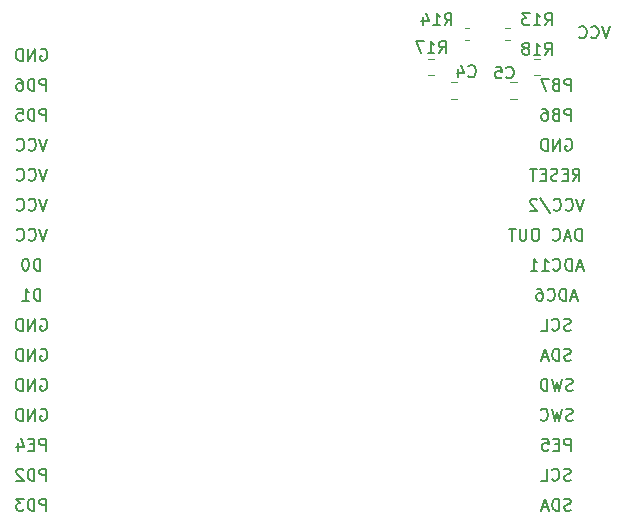
<source format=gbr>
%TF.GenerationSoftware,KiCad,Pcbnew,(5.0.2)-1*%
%TF.CreationDate,2020-07-31T09:38:14+02:00*%
%TF.ProjectId,Multimeter_Watch_Board_V1,4d756c74-696d-4657-9465-725f57617463,rev?*%
%TF.SameCoordinates,Original*%
%TF.FileFunction,Legend,Bot*%
%TF.FilePolarity,Positive*%
%FSLAX46Y46*%
G04 Gerber Fmt 4.6, Leading zero omitted, Abs format (unit mm)*
G04 Created by KiCad (PCBNEW (5.0.2)-1) date 31.7.2020 9:38:14*
%MOMM*%
%LPD*%
G01*
G04 APERTURE LIST*
%ADD10C,0.150000*%
%ADD11C,0.120000*%
G04 APERTURE END LIST*
D10*
X151958333Y-66152380D02*
X151625000Y-67152380D01*
X151291666Y-66152380D01*
X150386904Y-67057142D02*
X150434523Y-67104761D01*
X150577380Y-67152380D01*
X150672619Y-67152380D01*
X150815476Y-67104761D01*
X150910714Y-67009523D01*
X150958333Y-66914285D01*
X151005952Y-66723809D01*
X151005952Y-66580952D01*
X150958333Y-66390476D01*
X150910714Y-66295238D01*
X150815476Y-66200000D01*
X150672619Y-66152380D01*
X150577380Y-66152380D01*
X150434523Y-66200000D01*
X150386904Y-66247619D01*
X149386904Y-67057142D02*
X149434523Y-67104761D01*
X149577380Y-67152380D01*
X149672619Y-67152380D01*
X149815476Y-67104761D01*
X149910714Y-67009523D01*
X149958333Y-66914285D01*
X150005952Y-66723809D01*
X150005952Y-66580952D01*
X149958333Y-66390476D01*
X149910714Y-66295238D01*
X149815476Y-66200000D01*
X149672619Y-66152380D01*
X149577380Y-66152380D01*
X149434523Y-66200000D01*
X149386904Y-66247619D01*
X148244047Y-66104761D02*
X149101190Y-67390476D01*
X147958333Y-66247619D02*
X147910714Y-66200000D01*
X147815476Y-66152380D01*
X147577380Y-66152380D01*
X147482142Y-66200000D01*
X147434523Y-66247619D01*
X147386904Y-66342857D01*
X147386904Y-66438095D01*
X147434523Y-66580952D01*
X148005952Y-67152380D01*
X147386904Y-67152380D01*
X150386904Y-61120000D02*
X150482142Y-61072380D01*
X150625000Y-61072380D01*
X150767857Y-61120000D01*
X150863095Y-61215238D01*
X150910714Y-61310476D01*
X150958333Y-61500952D01*
X150958333Y-61643809D01*
X150910714Y-61834285D01*
X150863095Y-61929523D01*
X150767857Y-62024761D01*
X150625000Y-62072380D01*
X150529761Y-62072380D01*
X150386904Y-62024761D01*
X150339285Y-61977142D01*
X150339285Y-61643809D01*
X150529761Y-61643809D01*
X149910714Y-62072380D02*
X149910714Y-61072380D01*
X149339285Y-62072380D01*
X149339285Y-61072380D01*
X148863095Y-62072380D02*
X148863095Y-61072380D01*
X148625000Y-61072380D01*
X148482142Y-61120000D01*
X148386904Y-61215238D01*
X148339285Y-61310476D01*
X148291666Y-61500952D01*
X148291666Y-61643809D01*
X148339285Y-61834285D01*
X148386904Y-61929523D01*
X148482142Y-62024761D01*
X148625000Y-62072380D01*
X148863095Y-62072380D01*
X150863095Y-59532380D02*
X150863095Y-58532380D01*
X150482142Y-58532380D01*
X150386904Y-58580000D01*
X150339285Y-58627619D01*
X150291666Y-58722857D01*
X150291666Y-58865714D01*
X150339285Y-58960952D01*
X150386904Y-59008571D01*
X150482142Y-59056190D01*
X150863095Y-59056190D01*
X149529761Y-59008571D02*
X149386904Y-59056190D01*
X149339285Y-59103809D01*
X149291666Y-59199047D01*
X149291666Y-59341904D01*
X149339285Y-59437142D01*
X149386904Y-59484761D01*
X149482142Y-59532380D01*
X149863095Y-59532380D01*
X149863095Y-58532380D01*
X149529761Y-58532380D01*
X149434523Y-58580000D01*
X149386904Y-58627619D01*
X149339285Y-58722857D01*
X149339285Y-58818095D01*
X149386904Y-58913333D01*
X149434523Y-58960952D01*
X149529761Y-59008571D01*
X149863095Y-59008571D01*
X148434523Y-58532380D02*
X148625000Y-58532380D01*
X148720238Y-58580000D01*
X148767857Y-58627619D01*
X148863095Y-58770476D01*
X148910714Y-58960952D01*
X148910714Y-59341904D01*
X148863095Y-59437142D01*
X148815476Y-59484761D01*
X148720238Y-59532380D01*
X148529761Y-59532380D01*
X148434523Y-59484761D01*
X148386904Y-59437142D01*
X148339285Y-59341904D01*
X148339285Y-59103809D01*
X148386904Y-59008571D01*
X148434523Y-58960952D01*
X148529761Y-58913333D01*
X148720238Y-58913333D01*
X148815476Y-58960952D01*
X148863095Y-59008571D01*
X148910714Y-59103809D01*
X150863095Y-56992380D02*
X150863095Y-55992380D01*
X150482142Y-55992380D01*
X150386904Y-56040000D01*
X150339285Y-56087619D01*
X150291666Y-56182857D01*
X150291666Y-56325714D01*
X150339285Y-56420952D01*
X150386904Y-56468571D01*
X150482142Y-56516190D01*
X150863095Y-56516190D01*
X149529761Y-56468571D02*
X149386904Y-56516190D01*
X149339285Y-56563809D01*
X149291666Y-56659047D01*
X149291666Y-56801904D01*
X149339285Y-56897142D01*
X149386904Y-56944761D01*
X149482142Y-56992380D01*
X149863095Y-56992380D01*
X149863095Y-55992380D01*
X149529761Y-55992380D01*
X149434523Y-56040000D01*
X149386904Y-56087619D01*
X149339285Y-56182857D01*
X149339285Y-56278095D01*
X149386904Y-56373333D01*
X149434523Y-56420952D01*
X149529761Y-56468571D01*
X149863095Y-56468571D01*
X148958333Y-55992380D02*
X148291666Y-55992380D01*
X148720238Y-56992380D01*
X154133333Y-51547380D02*
X153800000Y-52547380D01*
X153466666Y-51547380D01*
X152561904Y-52452142D02*
X152609523Y-52499761D01*
X152752380Y-52547380D01*
X152847619Y-52547380D01*
X152990476Y-52499761D01*
X153085714Y-52404523D01*
X153133333Y-52309285D01*
X153180952Y-52118809D01*
X153180952Y-51975952D01*
X153133333Y-51785476D01*
X153085714Y-51690238D01*
X152990476Y-51595000D01*
X152847619Y-51547380D01*
X152752380Y-51547380D01*
X152609523Y-51595000D01*
X152561904Y-51642619D01*
X151561904Y-52452142D02*
X151609523Y-52499761D01*
X151752380Y-52547380D01*
X151847619Y-52547380D01*
X151990476Y-52499761D01*
X152085714Y-52404523D01*
X152133333Y-52309285D01*
X152180952Y-52118809D01*
X152180952Y-51975952D01*
X152133333Y-51785476D01*
X152085714Y-51690238D01*
X151990476Y-51595000D01*
X151847619Y-51547380D01*
X151752380Y-51547380D01*
X151609523Y-51595000D01*
X151561904Y-51642619D01*
X151745580Y-69685761D02*
X151745580Y-68685761D01*
X151507484Y-68685761D01*
X151364627Y-68733381D01*
X151269389Y-68828619D01*
X151221770Y-68923857D01*
X151174151Y-69114333D01*
X151174151Y-69257190D01*
X151221770Y-69447666D01*
X151269389Y-69542904D01*
X151364627Y-69638142D01*
X151507484Y-69685761D01*
X151745580Y-69685761D01*
X150793199Y-69400047D02*
X150317008Y-69400047D01*
X150888437Y-69685761D02*
X150555103Y-68685761D01*
X150221770Y-69685761D01*
X149317008Y-69590523D02*
X149364627Y-69638142D01*
X149507484Y-69685761D01*
X149602722Y-69685761D01*
X149745580Y-69638142D01*
X149840818Y-69542904D01*
X149888437Y-69447666D01*
X149936056Y-69257190D01*
X149936056Y-69114333D01*
X149888437Y-68923857D01*
X149840818Y-68828619D01*
X149745580Y-68733381D01*
X149602722Y-68685761D01*
X149507484Y-68685761D01*
X149364627Y-68733381D01*
X149317008Y-68781000D01*
X147936056Y-68685761D02*
X147745580Y-68685761D01*
X147650341Y-68733381D01*
X147555103Y-68828619D01*
X147507484Y-69019095D01*
X147507484Y-69352428D01*
X147555103Y-69542904D01*
X147650341Y-69638142D01*
X147745580Y-69685761D01*
X147936056Y-69685761D01*
X148031294Y-69638142D01*
X148126532Y-69542904D01*
X148174151Y-69352428D01*
X148174151Y-69019095D01*
X148126532Y-68828619D01*
X148031294Y-68733381D01*
X147936056Y-68685761D01*
X147078913Y-68685761D02*
X147078913Y-69495285D01*
X147031294Y-69590523D01*
X146983675Y-69638142D01*
X146888437Y-69685761D01*
X146697960Y-69685761D01*
X146602722Y-69638142D01*
X146555103Y-69590523D01*
X146507484Y-69495285D01*
X146507484Y-68685761D01*
X146174151Y-68685761D02*
X145602722Y-68685761D01*
X145888437Y-69685761D02*
X145888437Y-68685761D01*
X150983351Y-64608771D02*
X151316685Y-64132581D01*
X151554780Y-64608771D02*
X151554780Y-63608771D01*
X151173828Y-63608771D01*
X151078590Y-63656391D01*
X151030971Y-63704010D01*
X150983351Y-63799248D01*
X150983351Y-63942105D01*
X151030971Y-64037343D01*
X151078590Y-64084962D01*
X151173828Y-64132581D01*
X151554780Y-64132581D01*
X150554780Y-64084962D02*
X150221447Y-64084962D01*
X150078590Y-64608771D02*
X150554780Y-64608771D01*
X150554780Y-63608771D01*
X150078590Y-63608771D01*
X149697637Y-64561152D02*
X149554780Y-64608771D01*
X149316685Y-64608771D01*
X149221447Y-64561152D01*
X149173828Y-64513533D01*
X149126209Y-64418295D01*
X149126209Y-64323057D01*
X149173828Y-64227819D01*
X149221447Y-64180200D01*
X149316685Y-64132581D01*
X149507161Y-64084962D01*
X149602399Y-64037343D01*
X149650018Y-63989724D01*
X149697637Y-63894486D01*
X149697637Y-63799248D01*
X149650018Y-63704010D01*
X149602399Y-63656391D01*
X149507161Y-63608771D01*
X149269066Y-63608771D01*
X149126209Y-63656391D01*
X148697637Y-64084962D02*
X148364304Y-64084962D01*
X148221447Y-64608771D02*
X148697637Y-64608771D01*
X148697637Y-63608771D01*
X148221447Y-63608771D01*
X147935732Y-63608771D02*
X147364304Y-63608771D01*
X147650018Y-64608771D02*
X147650018Y-63608771D01*
X151815476Y-71946666D02*
X151339285Y-71946666D01*
X151910714Y-72232380D02*
X151577380Y-71232380D01*
X151244047Y-72232380D01*
X150910714Y-72232380D02*
X150910714Y-71232380D01*
X150672619Y-71232380D01*
X150529761Y-71280000D01*
X150434523Y-71375238D01*
X150386904Y-71470476D01*
X150339285Y-71660952D01*
X150339285Y-71803809D01*
X150386904Y-71994285D01*
X150434523Y-72089523D01*
X150529761Y-72184761D01*
X150672619Y-72232380D01*
X150910714Y-72232380D01*
X149339285Y-72137142D02*
X149386904Y-72184761D01*
X149529761Y-72232380D01*
X149625000Y-72232380D01*
X149767857Y-72184761D01*
X149863095Y-72089523D01*
X149910714Y-71994285D01*
X149958333Y-71803809D01*
X149958333Y-71660952D01*
X149910714Y-71470476D01*
X149863095Y-71375238D01*
X149767857Y-71280000D01*
X149625000Y-71232380D01*
X149529761Y-71232380D01*
X149386904Y-71280000D01*
X149339285Y-71327619D01*
X148386904Y-72232380D02*
X148958333Y-72232380D01*
X148672619Y-72232380D02*
X148672619Y-71232380D01*
X148767857Y-71375238D01*
X148863095Y-71470476D01*
X148958333Y-71518095D01*
X147434523Y-72232380D02*
X148005952Y-72232380D01*
X147720238Y-72232380D02*
X147720238Y-71232380D01*
X147815476Y-71375238D01*
X147910714Y-71470476D01*
X148005952Y-71518095D01*
X151339285Y-74486666D02*
X150863095Y-74486666D01*
X151434523Y-74772380D02*
X151101190Y-73772380D01*
X150767857Y-74772380D01*
X150434523Y-74772380D02*
X150434523Y-73772380D01*
X150196428Y-73772380D01*
X150053571Y-73820000D01*
X149958333Y-73915238D01*
X149910714Y-74010476D01*
X149863095Y-74200952D01*
X149863095Y-74343809D01*
X149910714Y-74534285D01*
X149958333Y-74629523D01*
X150053571Y-74724761D01*
X150196428Y-74772380D01*
X150434523Y-74772380D01*
X148863095Y-74677142D02*
X148910714Y-74724761D01*
X149053571Y-74772380D01*
X149148809Y-74772380D01*
X149291666Y-74724761D01*
X149386904Y-74629523D01*
X149434523Y-74534285D01*
X149482142Y-74343809D01*
X149482142Y-74200952D01*
X149434523Y-74010476D01*
X149386904Y-73915238D01*
X149291666Y-73820000D01*
X149148809Y-73772380D01*
X149053571Y-73772380D01*
X148910714Y-73820000D01*
X148863095Y-73867619D01*
X148005952Y-73772380D02*
X148196428Y-73772380D01*
X148291666Y-73820000D01*
X148339285Y-73867619D01*
X148434523Y-74010476D01*
X148482142Y-74200952D01*
X148482142Y-74581904D01*
X148434523Y-74677142D01*
X148386904Y-74724761D01*
X148291666Y-74772380D01*
X148101190Y-74772380D01*
X148005952Y-74724761D01*
X147958333Y-74677142D01*
X147910714Y-74581904D01*
X147910714Y-74343809D01*
X147958333Y-74248571D01*
X148005952Y-74200952D01*
X148101190Y-74153333D01*
X148291666Y-74153333D01*
X148386904Y-74200952D01*
X148434523Y-74248571D01*
X148482142Y-74343809D01*
X150815476Y-77264761D02*
X150672619Y-77312380D01*
X150434523Y-77312380D01*
X150339285Y-77264761D01*
X150291666Y-77217142D01*
X150244047Y-77121904D01*
X150244047Y-77026666D01*
X150291666Y-76931428D01*
X150339285Y-76883809D01*
X150434523Y-76836190D01*
X150625000Y-76788571D01*
X150720238Y-76740952D01*
X150767857Y-76693333D01*
X150815476Y-76598095D01*
X150815476Y-76502857D01*
X150767857Y-76407619D01*
X150720238Y-76360000D01*
X150625000Y-76312380D01*
X150386904Y-76312380D01*
X150244047Y-76360000D01*
X149244047Y-77217142D02*
X149291666Y-77264761D01*
X149434523Y-77312380D01*
X149529761Y-77312380D01*
X149672619Y-77264761D01*
X149767857Y-77169523D01*
X149815476Y-77074285D01*
X149863095Y-76883809D01*
X149863095Y-76740952D01*
X149815476Y-76550476D01*
X149767857Y-76455238D01*
X149672619Y-76360000D01*
X149529761Y-76312380D01*
X149434523Y-76312380D01*
X149291666Y-76360000D01*
X149244047Y-76407619D01*
X148339285Y-77312380D02*
X148815476Y-77312380D01*
X148815476Y-76312380D01*
X150839285Y-79804761D02*
X150696428Y-79852380D01*
X150458333Y-79852380D01*
X150363095Y-79804761D01*
X150315476Y-79757142D01*
X150267857Y-79661904D01*
X150267857Y-79566666D01*
X150315476Y-79471428D01*
X150363095Y-79423809D01*
X150458333Y-79376190D01*
X150648809Y-79328571D01*
X150744047Y-79280952D01*
X150791666Y-79233333D01*
X150839285Y-79138095D01*
X150839285Y-79042857D01*
X150791666Y-78947619D01*
X150744047Y-78900000D01*
X150648809Y-78852380D01*
X150410714Y-78852380D01*
X150267857Y-78900000D01*
X149839285Y-79852380D02*
X149839285Y-78852380D01*
X149601190Y-78852380D01*
X149458333Y-78900000D01*
X149363095Y-78995238D01*
X149315476Y-79090476D01*
X149267857Y-79280952D01*
X149267857Y-79423809D01*
X149315476Y-79614285D01*
X149363095Y-79709523D01*
X149458333Y-79804761D01*
X149601190Y-79852380D01*
X149839285Y-79852380D01*
X148886904Y-79566666D02*
X148410714Y-79566666D01*
X148982142Y-79852380D02*
X148648809Y-78852380D01*
X148315476Y-79852380D01*
X150982142Y-82344761D02*
X150839285Y-82392380D01*
X150601190Y-82392380D01*
X150505952Y-82344761D01*
X150458333Y-82297142D01*
X150410714Y-82201904D01*
X150410714Y-82106666D01*
X150458333Y-82011428D01*
X150505952Y-81963809D01*
X150601190Y-81916190D01*
X150791666Y-81868571D01*
X150886904Y-81820952D01*
X150934523Y-81773333D01*
X150982142Y-81678095D01*
X150982142Y-81582857D01*
X150934523Y-81487619D01*
X150886904Y-81440000D01*
X150791666Y-81392380D01*
X150553571Y-81392380D01*
X150410714Y-81440000D01*
X150077380Y-81392380D02*
X149839285Y-82392380D01*
X149648809Y-81678095D01*
X149458333Y-82392380D01*
X149220238Y-81392380D01*
X148839285Y-82392380D02*
X148839285Y-81392380D01*
X148601190Y-81392380D01*
X148458333Y-81440000D01*
X148363095Y-81535238D01*
X148315476Y-81630476D01*
X148267857Y-81820952D01*
X148267857Y-81963809D01*
X148315476Y-82154285D01*
X148363095Y-82249523D01*
X148458333Y-82344761D01*
X148601190Y-82392380D01*
X148839285Y-82392380D01*
X150982142Y-84884761D02*
X150839285Y-84932380D01*
X150601190Y-84932380D01*
X150505952Y-84884761D01*
X150458333Y-84837142D01*
X150410714Y-84741904D01*
X150410714Y-84646666D01*
X150458333Y-84551428D01*
X150505952Y-84503809D01*
X150601190Y-84456190D01*
X150791666Y-84408571D01*
X150886904Y-84360952D01*
X150934523Y-84313333D01*
X150982142Y-84218095D01*
X150982142Y-84122857D01*
X150934523Y-84027619D01*
X150886904Y-83980000D01*
X150791666Y-83932380D01*
X150553571Y-83932380D01*
X150410714Y-83980000D01*
X150077380Y-83932380D02*
X149839285Y-84932380D01*
X149648809Y-84218095D01*
X149458333Y-84932380D01*
X149220238Y-83932380D01*
X148267857Y-84837142D02*
X148315476Y-84884761D01*
X148458333Y-84932380D01*
X148553571Y-84932380D01*
X148696428Y-84884761D01*
X148791666Y-84789523D01*
X148839285Y-84694285D01*
X148886904Y-84503809D01*
X148886904Y-84360952D01*
X148839285Y-84170476D01*
X148791666Y-84075238D01*
X148696428Y-83980000D01*
X148553571Y-83932380D01*
X148458333Y-83932380D01*
X148315476Y-83980000D01*
X148267857Y-84027619D01*
X150815476Y-87472380D02*
X150815476Y-86472380D01*
X150434523Y-86472380D01*
X150339285Y-86520000D01*
X150291666Y-86567619D01*
X150244047Y-86662857D01*
X150244047Y-86805714D01*
X150291666Y-86900952D01*
X150339285Y-86948571D01*
X150434523Y-86996190D01*
X150815476Y-86996190D01*
X149815476Y-86948571D02*
X149482142Y-86948571D01*
X149339285Y-87472380D02*
X149815476Y-87472380D01*
X149815476Y-86472380D01*
X149339285Y-86472380D01*
X148434523Y-86472380D02*
X148910714Y-86472380D01*
X148958333Y-86948571D01*
X148910714Y-86900952D01*
X148815476Y-86853333D01*
X148577380Y-86853333D01*
X148482142Y-86900952D01*
X148434523Y-86948571D01*
X148386904Y-87043809D01*
X148386904Y-87281904D01*
X148434523Y-87377142D01*
X148482142Y-87424761D01*
X148577380Y-87472380D01*
X148815476Y-87472380D01*
X148910714Y-87424761D01*
X148958333Y-87377142D01*
X150815476Y-89964761D02*
X150672619Y-90012380D01*
X150434523Y-90012380D01*
X150339285Y-89964761D01*
X150291666Y-89917142D01*
X150244047Y-89821904D01*
X150244047Y-89726666D01*
X150291666Y-89631428D01*
X150339285Y-89583809D01*
X150434523Y-89536190D01*
X150625000Y-89488571D01*
X150720238Y-89440952D01*
X150767857Y-89393333D01*
X150815476Y-89298095D01*
X150815476Y-89202857D01*
X150767857Y-89107619D01*
X150720238Y-89060000D01*
X150625000Y-89012380D01*
X150386904Y-89012380D01*
X150244047Y-89060000D01*
X149244047Y-89917142D02*
X149291666Y-89964761D01*
X149434523Y-90012380D01*
X149529761Y-90012380D01*
X149672619Y-89964761D01*
X149767857Y-89869523D01*
X149815476Y-89774285D01*
X149863095Y-89583809D01*
X149863095Y-89440952D01*
X149815476Y-89250476D01*
X149767857Y-89155238D01*
X149672619Y-89060000D01*
X149529761Y-89012380D01*
X149434523Y-89012380D01*
X149291666Y-89060000D01*
X149244047Y-89107619D01*
X148339285Y-90012380D02*
X148815476Y-90012380D01*
X148815476Y-89012380D01*
X150839285Y-92504761D02*
X150696428Y-92552380D01*
X150458333Y-92552380D01*
X150363095Y-92504761D01*
X150315476Y-92457142D01*
X150267857Y-92361904D01*
X150267857Y-92266666D01*
X150315476Y-92171428D01*
X150363095Y-92123809D01*
X150458333Y-92076190D01*
X150648809Y-92028571D01*
X150744047Y-91980952D01*
X150791666Y-91933333D01*
X150839285Y-91838095D01*
X150839285Y-91742857D01*
X150791666Y-91647619D01*
X150744047Y-91600000D01*
X150648809Y-91552380D01*
X150410714Y-91552380D01*
X150267857Y-91600000D01*
X149839285Y-92552380D02*
X149839285Y-91552380D01*
X149601190Y-91552380D01*
X149458333Y-91600000D01*
X149363095Y-91695238D01*
X149315476Y-91790476D01*
X149267857Y-91980952D01*
X149267857Y-92123809D01*
X149315476Y-92314285D01*
X149363095Y-92409523D01*
X149458333Y-92504761D01*
X149601190Y-92552380D01*
X149839285Y-92552380D01*
X148886904Y-92266666D02*
X148410714Y-92266666D01*
X148982142Y-92552380D02*
X148648809Y-91552380D01*
X148315476Y-92552380D01*
X106413095Y-92552380D02*
X106413095Y-91552380D01*
X106032142Y-91552380D01*
X105936904Y-91600000D01*
X105889285Y-91647619D01*
X105841666Y-91742857D01*
X105841666Y-91885714D01*
X105889285Y-91980952D01*
X105936904Y-92028571D01*
X106032142Y-92076190D01*
X106413095Y-92076190D01*
X105413095Y-92552380D02*
X105413095Y-91552380D01*
X105175000Y-91552380D01*
X105032142Y-91600000D01*
X104936904Y-91695238D01*
X104889285Y-91790476D01*
X104841666Y-91980952D01*
X104841666Y-92123809D01*
X104889285Y-92314285D01*
X104936904Y-92409523D01*
X105032142Y-92504761D01*
X105175000Y-92552380D01*
X105413095Y-92552380D01*
X104508333Y-91552380D02*
X103889285Y-91552380D01*
X104222619Y-91933333D01*
X104079761Y-91933333D01*
X103984523Y-91980952D01*
X103936904Y-92028571D01*
X103889285Y-92123809D01*
X103889285Y-92361904D01*
X103936904Y-92457142D01*
X103984523Y-92504761D01*
X104079761Y-92552380D01*
X104365476Y-92552380D01*
X104460714Y-92504761D01*
X104508333Y-92457142D01*
X106413095Y-90012380D02*
X106413095Y-89012380D01*
X106032142Y-89012380D01*
X105936904Y-89060000D01*
X105889285Y-89107619D01*
X105841666Y-89202857D01*
X105841666Y-89345714D01*
X105889285Y-89440952D01*
X105936904Y-89488571D01*
X106032142Y-89536190D01*
X106413095Y-89536190D01*
X105413095Y-90012380D02*
X105413095Y-89012380D01*
X105175000Y-89012380D01*
X105032142Y-89060000D01*
X104936904Y-89155238D01*
X104889285Y-89250476D01*
X104841666Y-89440952D01*
X104841666Y-89583809D01*
X104889285Y-89774285D01*
X104936904Y-89869523D01*
X105032142Y-89964761D01*
X105175000Y-90012380D01*
X105413095Y-90012380D01*
X104460714Y-89107619D02*
X104413095Y-89060000D01*
X104317857Y-89012380D01*
X104079761Y-89012380D01*
X103984523Y-89060000D01*
X103936904Y-89107619D01*
X103889285Y-89202857D01*
X103889285Y-89298095D01*
X103936904Y-89440952D01*
X104508333Y-90012380D01*
X103889285Y-90012380D01*
X106365476Y-87472380D02*
X106365476Y-86472380D01*
X105984523Y-86472380D01*
X105889285Y-86520000D01*
X105841666Y-86567619D01*
X105794047Y-86662857D01*
X105794047Y-86805714D01*
X105841666Y-86900952D01*
X105889285Y-86948571D01*
X105984523Y-86996190D01*
X106365476Y-86996190D01*
X105365476Y-86948571D02*
X105032142Y-86948571D01*
X104889285Y-87472380D02*
X105365476Y-87472380D01*
X105365476Y-86472380D01*
X104889285Y-86472380D01*
X104032142Y-86805714D02*
X104032142Y-87472380D01*
X104270238Y-86424761D02*
X104508333Y-87139047D01*
X103889285Y-87139047D01*
X105936904Y-83980000D02*
X106032142Y-83932380D01*
X106175000Y-83932380D01*
X106317857Y-83980000D01*
X106413095Y-84075238D01*
X106460714Y-84170476D01*
X106508333Y-84360952D01*
X106508333Y-84503809D01*
X106460714Y-84694285D01*
X106413095Y-84789523D01*
X106317857Y-84884761D01*
X106175000Y-84932380D01*
X106079761Y-84932380D01*
X105936904Y-84884761D01*
X105889285Y-84837142D01*
X105889285Y-84503809D01*
X106079761Y-84503809D01*
X105460714Y-84932380D02*
X105460714Y-83932380D01*
X104889285Y-84932380D01*
X104889285Y-83932380D01*
X104413095Y-84932380D02*
X104413095Y-83932380D01*
X104175000Y-83932380D01*
X104032142Y-83980000D01*
X103936904Y-84075238D01*
X103889285Y-84170476D01*
X103841666Y-84360952D01*
X103841666Y-84503809D01*
X103889285Y-84694285D01*
X103936904Y-84789523D01*
X104032142Y-84884761D01*
X104175000Y-84932380D01*
X104413095Y-84932380D01*
X105936904Y-81440000D02*
X106032142Y-81392380D01*
X106175000Y-81392380D01*
X106317857Y-81440000D01*
X106413095Y-81535238D01*
X106460714Y-81630476D01*
X106508333Y-81820952D01*
X106508333Y-81963809D01*
X106460714Y-82154285D01*
X106413095Y-82249523D01*
X106317857Y-82344761D01*
X106175000Y-82392380D01*
X106079761Y-82392380D01*
X105936904Y-82344761D01*
X105889285Y-82297142D01*
X105889285Y-81963809D01*
X106079761Y-81963809D01*
X105460714Y-82392380D02*
X105460714Y-81392380D01*
X104889285Y-82392380D01*
X104889285Y-81392380D01*
X104413095Y-82392380D02*
X104413095Y-81392380D01*
X104175000Y-81392380D01*
X104032142Y-81440000D01*
X103936904Y-81535238D01*
X103889285Y-81630476D01*
X103841666Y-81820952D01*
X103841666Y-81963809D01*
X103889285Y-82154285D01*
X103936904Y-82249523D01*
X104032142Y-82344761D01*
X104175000Y-82392380D01*
X104413095Y-82392380D01*
X105936904Y-78900000D02*
X106032142Y-78852380D01*
X106175000Y-78852380D01*
X106317857Y-78900000D01*
X106413095Y-78995238D01*
X106460714Y-79090476D01*
X106508333Y-79280952D01*
X106508333Y-79423809D01*
X106460714Y-79614285D01*
X106413095Y-79709523D01*
X106317857Y-79804761D01*
X106175000Y-79852380D01*
X106079761Y-79852380D01*
X105936904Y-79804761D01*
X105889285Y-79757142D01*
X105889285Y-79423809D01*
X106079761Y-79423809D01*
X105460714Y-79852380D02*
X105460714Y-78852380D01*
X104889285Y-79852380D01*
X104889285Y-78852380D01*
X104413095Y-79852380D02*
X104413095Y-78852380D01*
X104175000Y-78852380D01*
X104032142Y-78900000D01*
X103936904Y-78995238D01*
X103889285Y-79090476D01*
X103841666Y-79280952D01*
X103841666Y-79423809D01*
X103889285Y-79614285D01*
X103936904Y-79709523D01*
X104032142Y-79804761D01*
X104175000Y-79852380D01*
X104413095Y-79852380D01*
X105936904Y-76360000D02*
X106032142Y-76312380D01*
X106175000Y-76312380D01*
X106317857Y-76360000D01*
X106413095Y-76455238D01*
X106460714Y-76550476D01*
X106508333Y-76740952D01*
X106508333Y-76883809D01*
X106460714Y-77074285D01*
X106413095Y-77169523D01*
X106317857Y-77264761D01*
X106175000Y-77312380D01*
X106079761Y-77312380D01*
X105936904Y-77264761D01*
X105889285Y-77217142D01*
X105889285Y-76883809D01*
X106079761Y-76883809D01*
X105460714Y-77312380D02*
X105460714Y-76312380D01*
X104889285Y-77312380D01*
X104889285Y-76312380D01*
X104413095Y-77312380D02*
X104413095Y-76312380D01*
X104175000Y-76312380D01*
X104032142Y-76360000D01*
X103936904Y-76455238D01*
X103889285Y-76550476D01*
X103841666Y-76740952D01*
X103841666Y-76883809D01*
X103889285Y-77074285D01*
X103936904Y-77169523D01*
X104032142Y-77264761D01*
X104175000Y-77312380D01*
X104413095Y-77312380D01*
X105913095Y-74772380D02*
X105913095Y-73772380D01*
X105675000Y-73772380D01*
X105532142Y-73820000D01*
X105436904Y-73915238D01*
X105389285Y-74010476D01*
X105341666Y-74200952D01*
X105341666Y-74343809D01*
X105389285Y-74534285D01*
X105436904Y-74629523D01*
X105532142Y-74724761D01*
X105675000Y-74772380D01*
X105913095Y-74772380D01*
X104389285Y-74772380D02*
X104960714Y-74772380D01*
X104675000Y-74772380D02*
X104675000Y-73772380D01*
X104770238Y-73915238D01*
X104865476Y-74010476D01*
X104960714Y-74058095D01*
X105913095Y-72232380D02*
X105913095Y-71232380D01*
X105675000Y-71232380D01*
X105532142Y-71280000D01*
X105436904Y-71375238D01*
X105389285Y-71470476D01*
X105341666Y-71660952D01*
X105341666Y-71803809D01*
X105389285Y-71994285D01*
X105436904Y-72089523D01*
X105532142Y-72184761D01*
X105675000Y-72232380D01*
X105913095Y-72232380D01*
X104722619Y-71232380D02*
X104627380Y-71232380D01*
X104532142Y-71280000D01*
X104484523Y-71327619D01*
X104436904Y-71422857D01*
X104389285Y-71613333D01*
X104389285Y-71851428D01*
X104436904Y-72041904D01*
X104484523Y-72137142D01*
X104532142Y-72184761D01*
X104627380Y-72232380D01*
X104722619Y-72232380D01*
X104817857Y-72184761D01*
X104865476Y-72137142D01*
X104913095Y-72041904D01*
X104960714Y-71851428D01*
X104960714Y-71613333D01*
X104913095Y-71422857D01*
X104865476Y-71327619D01*
X104817857Y-71280000D01*
X104722619Y-71232380D01*
X106508333Y-68692380D02*
X106175000Y-69692380D01*
X105841666Y-68692380D01*
X104936904Y-69597142D02*
X104984523Y-69644761D01*
X105127380Y-69692380D01*
X105222619Y-69692380D01*
X105365476Y-69644761D01*
X105460714Y-69549523D01*
X105508333Y-69454285D01*
X105555952Y-69263809D01*
X105555952Y-69120952D01*
X105508333Y-68930476D01*
X105460714Y-68835238D01*
X105365476Y-68740000D01*
X105222619Y-68692380D01*
X105127380Y-68692380D01*
X104984523Y-68740000D01*
X104936904Y-68787619D01*
X103936904Y-69597142D02*
X103984523Y-69644761D01*
X104127380Y-69692380D01*
X104222619Y-69692380D01*
X104365476Y-69644761D01*
X104460714Y-69549523D01*
X104508333Y-69454285D01*
X104555952Y-69263809D01*
X104555952Y-69120952D01*
X104508333Y-68930476D01*
X104460714Y-68835238D01*
X104365476Y-68740000D01*
X104222619Y-68692380D01*
X104127380Y-68692380D01*
X103984523Y-68740000D01*
X103936904Y-68787619D01*
X106508333Y-66152380D02*
X106175000Y-67152380D01*
X105841666Y-66152380D01*
X104936904Y-67057142D02*
X104984523Y-67104761D01*
X105127380Y-67152380D01*
X105222619Y-67152380D01*
X105365476Y-67104761D01*
X105460714Y-67009523D01*
X105508333Y-66914285D01*
X105555952Y-66723809D01*
X105555952Y-66580952D01*
X105508333Y-66390476D01*
X105460714Y-66295238D01*
X105365476Y-66200000D01*
X105222619Y-66152380D01*
X105127380Y-66152380D01*
X104984523Y-66200000D01*
X104936904Y-66247619D01*
X103936904Y-67057142D02*
X103984523Y-67104761D01*
X104127380Y-67152380D01*
X104222619Y-67152380D01*
X104365476Y-67104761D01*
X104460714Y-67009523D01*
X104508333Y-66914285D01*
X104555952Y-66723809D01*
X104555952Y-66580952D01*
X104508333Y-66390476D01*
X104460714Y-66295238D01*
X104365476Y-66200000D01*
X104222619Y-66152380D01*
X104127380Y-66152380D01*
X103984523Y-66200000D01*
X103936904Y-66247619D01*
X106508333Y-63612380D02*
X106175000Y-64612380D01*
X105841666Y-63612380D01*
X104936904Y-64517142D02*
X104984523Y-64564761D01*
X105127380Y-64612380D01*
X105222619Y-64612380D01*
X105365476Y-64564761D01*
X105460714Y-64469523D01*
X105508333Y-64374285D01*
X105555952Y-64183809D01*
X105555952Y-64040952D01*
X105508333Y-63850476D01*
X105460714Y-63755238D01*
X105365476Y-63660000D01*
X105222619Y-63612380D01*
X105127380Y-63612380D01*
X104984523Y-63660000D01*
X104936904Y-63707619D01*
X103936904Y-64517142D02*
X103984523Y-64564761D01*
X104127380Y-64612380D01*
X104222619Y-64612380D01*
X104365476Y-64564761D01*
X104460714Y-64469523D01*
X104508333Y-64374285D01*
X104555952Y-64183809D01*
X104555952Y-64040952D01*
X104508333Y-63850476D01*
X104460714Y-63755238D01*
X104365476Y-63660000D01*
X104222619Y-63612380D01*
X104127380Y-63612380D01*
X103984523Y-63660000D01*
X103936904Y-63707619D01*
X106508333Y-61072380D02*
X106175000Y-62072380D01*
X105841666Y-61072380D01*
X104936904Y-61977142D02*
X104984523Y-62024761D01*
X105127380Y-62072380D01*
X105222619Y-62072380D01*
X105365476Y-62024761D01*
X105460714Y-61929523D01*
X105508333Y-61834285D01*
X105555952Y-61643809D01*
X105555952Y-61500952D01*
X105508333Y-61310476D01*
X105460714Y-61215238D01*
X105365476Y-61120000D01*
X105222619Y-61072380D01*
X105127380Y-61072380D01*
X104984523Y-61120000D01*
X104936904Y-61167619D01*
X103936904Y-61977142D02*
X103984523Y-62024761D01*
X104127380Y-62072380D01*
X104222619Y-62072380D01*
X104365476Y-62024761D01*
X104460714Y-61929523D01*
X104508333Y-61834285D01*
X104555952Y-61643809D01*
X104555952Y-61500952D01*
X104508333Y-61310476D01*
X104460714Y-61215238D01*
X104365476Y-61120000D01*
X104222619Y-61072380D01*
X104127380Y-61072380D01*
X103984523Y-61120000D01*
X103936904Y-61167619D01*
X106413095Y-59532380D02*
X106413095Y-58532380D01*
X106032142Y-58532380D01*
X105936904Y-58580000D01*
X105889285Y-58627619D01*
X105841666Y-58722857D01*
X105841666Y-58865714D01*
X105889285Y-58960952D01*
X105936904Y-59008571D01*
X106032142Y-59056190D01*
X106413095Y-59056190D01*
X105413095Y-59532380D02*
X105413095Y-58532380D01*
X105175000Y-58532380D01*
X105032142Y-58580000D01*
X104936904Y-58675238D01*
X104889285Y-58770476D01*
X104841666Y-58960952D01*
X104841666Y-59103809D01*
X104889285Y-59294285D01*
X104936904Y-59389523D01*
X105032142Y-59484761D01*
X105175000Y-59532380D01*
X105413095Y-59532380D01*
X103936904Y-58532380D02*
X104413095Y-58532380D01*
X104460714Y-59008571D01*
X104413095Y-58960952D01*
X104317857Y-58913333D01*
X104079761Y-58913333D01*
X103984523Y-58960952D01*
X103936904Y-59008571D01*
X103889285Y-59103809D01*
X103889285Y-59341904D01*
X103936904Y-59437142D01*
X103984523Y-59484761D01*
X104079761Y-59532380D01*
X104317857Y-59532380D01*
X104413095Y-59484761D01*
X104460714Y-59437142D01*
X106413095Y-56992380D02*
X106413095Y-55992380D01*
X106032142Y-55992380D01*
X105936904Y-56040000D01*
X105889285Y-56087619D01*
X105841666Y-56182857D01*
X105841666Y-56325714D01*
X105889285Y-56420952D01*
X105936904Y-56468571D01*
X106032142Y-56516190D01*
X106413095Y-56516190D01*
X105413095Y-56992380D02*
X105413095Y-55992380D01*
X105175000Y-55992380D01*
X105032142Y-56040000D01*
X104936904Y-56135238D01*
X104889285Y-56230476D01*
X104841666Y-56420952D01*
X104841666Y-56563809D01*
X104889285Y-56754285D01*
X104936904Y-56849523D01*
X105032142Y-56944761D01*
X105175000Y-56992380D01*
X105413095Y-56992380D01*
X103984523Y-55992380D02*
X104175000Y-55992380D01*
X104270238Y-56040000D01*
X104317857Y-56087619D01*
X104413095Y-56230476D01*
X104460714Y-56420952D01*
X104460714Y-56801904D01*
X104413095Y-56897142D01*
X104365476Y-56944761D01*
X104270238Y-56992380D01*
X104079761Y-56992380D01*
X103984523Y-56944761D01*
X103936904Y-56897142D01*
X103889285Y-56801904D01*
X103889285Y-56563809D01*
X103936904Y-56468571D01*
X103984523Y-56420952D01*
X104079761Y-56373333D01*
X104270238Y-56373333D01*
X104365476Y-56420952D01*
X104413095Y-56468571D01*
X104460714Y-56563809D01*
X105936904Y-53500000D02*
X106032142Y-53452380D01*
X106175000Y-53452380D01*
X106317857Y-53500000D01*
X106413095Y-53595238D01*
X106460714Y-53690476D01*
X106508333Y-53880952D01*
X106508333Y-54023809D01*
X106460714Y-54214285D01*
X106413095Y-54309523D01*
X106317857Y-54404761D01*
X106175000Y-54452380D01*
X106079761Y-54452380D01*
X105936904Y-54404761D01*
X105889285Y-54357142D01*
X105889285Y-54023809D01*
X106079761Y-54023809D01*
X105460714Y-54452380D02*
X105460714Y-53452380D01*
X104889285Y-54452380D01*
X104889285Y-53452380D01*
X104413095Y-54452380D02*
X104413095Y-53452380D01*
X104175000Y-53452380D01*
X104032142Y-53500000D01*
X103936904Y-53595238D01*
X103889285Y-53690476D01*
X103841666Y-53880952D01*
X103841666Y-54023809D01*
X103889285Y-54214285D01*
X103936904Y-54309523D01*
X104032142Y-54404761D01*
X104175000Y-54452380D01*
X104413095Y-54452380D01*
D11*
%TO.C,R18*%
X147713749Y-55710000D02*
X148236253Y-55710000D01*
X147713749Y-54290000D02*
X148236253Y-54290000D01*
%TO.C,R17*%
X139286251Y-54290000D02*
X138763747Y-54290000D01*
X139286251Y-55710000D02*
X138763747Y-55710000D01*
%TO.C,C5*%
X145713748Y-57710000D02*
X146236252Y-57710000D01*
X145713748Y-56290000D02*
X146236252Y-56290000D01*
%TO.C,C4*%
X141236252Y-56290000D02*
X140713748Y-56290000D01*
X141236252Y-57710000D02*
X140713748Y-57710000D01*
%TO.C,R14*%
X142246267Y-51690000D02*
X141903733Y-51690000D01*
X142246267Y-52710000D02*
X141903733Y-52710000D01*
%TO.C,R13*%
X145646266Y-51690000D02*
X145303732Y-51690000D01*
X145646266Y-52710000D02*
X145303732Y-52710000D01*
%TO.C,R18*%
D10*
X148642857Y-53952380D02*
X148976190Y-53476190D01*
X149214285Y-53952380D02*
X149214285Y-52952380D01*
X148833333Y-52952380D01*
X148738095Y-53000000D01*
X148690476Y-53047619D01*
X148642857Y-53142857D01*
X148642857Y-53285714D01*
X148690476Y-53380952D01*
X148738095Y-53428571D01*
X148833333Y-53476190D01*
X149214285Y-53476190D01*
X147690476Y-53952380D02*
X148261904Y-53952380D01*
X147976190Y-53952380D02*
X147976190Y-52952380D01*
X148071428Y-53095238D01*
X148166666Y-53190476D01*
X148261904Y-53238095D01*
X147119047Y-53380952D02*
X147214285Y-53333333D01*
X147261904Y-53285714D01*
X147309523Y-53190476D01*
X147309523Y-53142857D01*
X147261904Y-53047619D01*
X147214285Y-53000000D01*
X147119047Y-52952380D01*
X146928571Y-52952380D01*
X146833333Y-53000000D01*
X146785714Y-53047619D01*
X146738095Y-53142857D01*
X146738095Y-53190476D01*
X146785714Y-53285714D01*
X146833333Y-53333333D01*
X146928571Y-53380952D01*
X147119047Y-53380952D01*
X147214285Y-53428571D01*
X147261904Y-53476190D01*
X147309523Y-53571428D01*
X147309523Y-53761904D01*
X147261904Y-53857142D01*
X147214285Y-53904761D01*
X147119047Y-53952380D01*
X146928571Y-53952380D01*
X146833333Y-53904761D01*
X146785714Y-53857142D01*
X146738095Y-53761904D01*
X146738095Y-53571428D01*
X146785714Y-53476190D01*
X146833333Y-53428571D01*
X146928571Y-53380952D01*
%TO.C,R17*%
X139667856Y-53802380D02*
X140001189Y-53326190D01*
X140239284Y-53802380D02*
X140239284Y-52802380D01*
X139858332Y-52802380D01*
X139763094Y-52850000D01*
X139715475Y-52897619D01*
X139667856Y-52992857D01*
X139667856Y-53135714D01*
X139715475Y-53230952D01*
X139763094Y-53278571D01*
X139858332Y-53326190D01*
X140239284Y-53326190D01*
X138715475Y-53802380D02*
X139286903Y-53802380D01*
X139001189Y-53802380D02*
X139001189Y-52802380D01*
X139096427Y-52945238D01*
X139191665Y-53040476D01*
X139286903Y-53088095D01*
X138382141Y-52802380D02*
X137715475Y-52802380D01*
X138144046Y-53802380D01*
%TO.C,C5*%
X145366666Y-55857142D02*
X145414285Y-55904761D01*
X145557142Y-55952380D01*
X145652380Y-55952380D01*
X145795238Y-55904761D01*
X145890476Y-55809523D01*
X145938095Y-55714285D01*
X145985714Y-55523809D01*
X145985714Y-55380952D01*
X145938095Y-55190476D01*
X145890476Y-55095238D01*
X145795238Y-55000000D01*
X145652380Y-54952380D01*
X145557142Y-54952380D01*
X145414285Y-55000000D01*
X145366666Y-55047619D01*
X144461904Y-54952380D02*
X144938095Y-54952380D01*
X144985714Y-55428571D01*
X144938095Y-55380952D01*
X144842857Y-55333333D01*
X144604761Y-55333333D01*
X144509523Y-55380952D01*
X144461904Y-55428571D01*
X144414285Y-55523809D01*
X144414285Y-55761904D01*
X144461904Y-55857142D01*
X144509523Y-55904761D01*
X144604761Y-55952380D01*
X144842857Y-55952380D01*
X144938095Y-55904761D01*
X144985714Y-55857142D01*
%TO.C,C4*%
X142166666Y-55757142D02*
X142214285Y-55804761D01*
X142357142Y-55852380D01*
X142452380Y-55852380D01*
X142595238Y-55804761D01*
X142690476Y-55709523D01*
X142738095Y-55614285D01*
X142785714Y-55423809D01*
X142785714Y-55280952D01*
X142738095Y-55090476D01*
X142690476Y-54995238D01*
X142595238Y-54900000D01*
X142452380Y-54852380D01*
X142357142Y-54852380D01*
X142214285Y-54900000D01*
X142166666Y-54947619D01*
X141309523Y-55185714D02*
X141309523Y-55852380D01*
X141547619Y-54804761D02*
X141785714Y-55519047D01*
X141166666Y-55519047D01*
%TO.C,R14*%
X140142857Y-51452380D02*
X140476190Y-50976190D01*
X140714285Y-51452380D02*
X140714285Y-50452380D01*
X140333333Y-50452380D01*
X140238095Y-50500000D01*
X140190476Y-50547619D01*
X140142857Y-50642857D01*
X140142857Y-50785714D01*
X140190476Y-50880952D01*
X140238095Y-50928571D01*
X140333333Y-50976190D01*
X140714285Y-50976190D01*
X139190476Y-51452380D02*
X139761904Y-51452380D01*
X139476190Y-51452380D02*
X139476190Y-50452380D01*
X139571428Y-50595238D01*
X139666666Y-50690476D01*
X139761904Y-50738095D01*
X138333333Y-50785714D02*
X138333333Y-51452380D01*
X138571428Y-50404761D02*
X138809523Y-51119047D01*
X138190476Y-51119047D01*
%TO.C,R13*%
X148642857Y-51452380D02*
X148976190Y-50976190D01*
X149214285Y-51452380D02*
X149214285Y-50452380D01*
X148833333Y-50452380D01*
X148738095Y-50500000D01*
X148690476Y-50547619D01*
X148642857Y-50642857D01*
X148642857Y-50785714D01*
X148690476Y-50880952D01*
X148738095Y-50928571D01*
X148833333Y-50976190D01*
X149214285Y-50976190D01*
X147690476Y-51452380D02*
X148261904Y-51452380D01*
X147976190Y-51452380D02*
X147976190Y-50452380D01*
X148071428Y-50595238D01*
X148166666Y-50690476D01*
X148261904Y-50738095D01*
X147357142Y-50452380D02*
X146738095Y-50452380D01*
X147071428Y-50833333D01*
X146928571Y-50833333D01*
X146833333Y-50880952D01*
X146785714Y-50928571D01*
X146738095Y-51023809D01*
X146738095Y-51261904D01*
X146785714Y-51357142D01*
X146833333Y-51404761D01*
X146928571Y-51452380D01*
X147214285Y-51452380D01*
X147309523Y-51404761D01*
X147357142Y-51357142D01*
%TD*%
M02*

</source>
